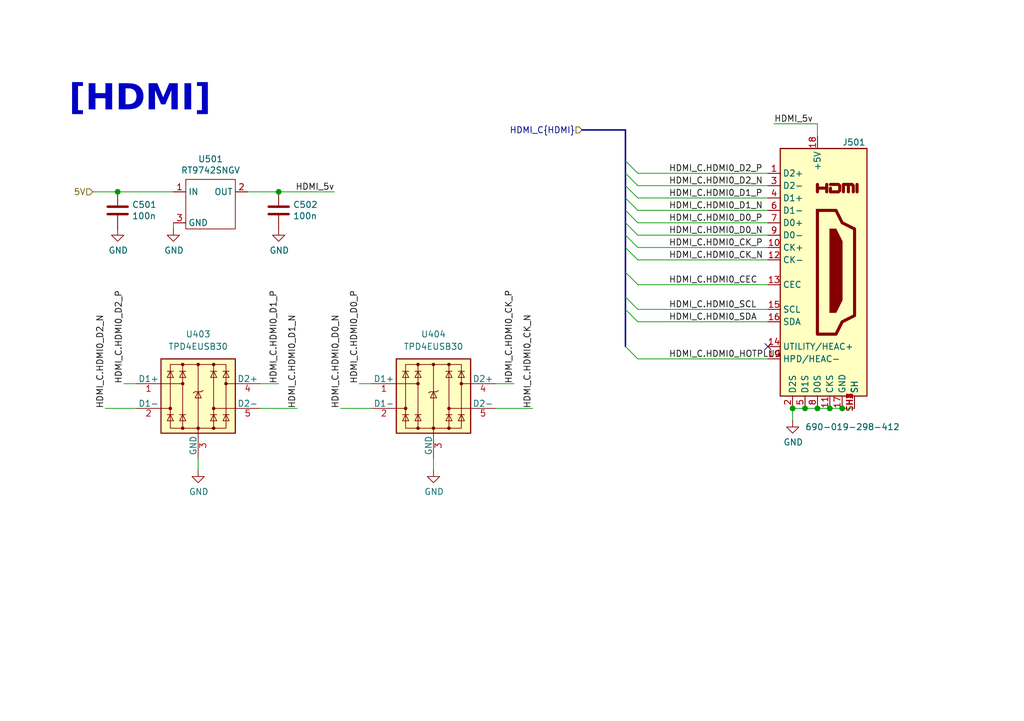
<source format=kicad_sch>
(kicad_sch (version 20231120) (generator "eeschema") (generator_version "8.0")
  (paper "A5")
  (title_block (title "CM5 MINIMA") (date "2024-12-17") (rev "1") (company "Pierluigi Colangeli"))
  (lib_symbols
    (symbol "CM4IO:TPD4EUSB30" (pin_names (offset 0))
      (property "Reference" "U" (at -0.635 8.89 0))
      (property "Value" "TPD4EUSB30" (at 8.89 -10.16 0))
      (symbol "TPD4EUSB30_0_0"
        (rectangle (start -5.715 6.477) (end 5.715 -6.604))
        (polyline (pts (xy -3.175 -6.604) (xy -3.175 6.477)))
        (polyline (pts (xy 0 6.477) (xy 0 -6.604)))
        (polyline (pts (xy 3.175 6.477) (xy 3.175 -6.604)))
      )
      (symbol "TPD4EUSB30_0_1"
        (rectangle (start -7.62 7.62) (end 7.62 -7.62) (stroke (width 0.254)) (fill (type background)))
        (circle (center -5.715 -2.54) (radius 0.2794) (fill (type outline)))
        (circle (center -3.175 -6.604) (radius 0.2794) (fill (type outline)))
        (circle (center -3.175 2.54) (radius 0.2794) (fill (type outline)))
        (circle (center -3.175 6.477) (radius 0.2794) (fill (type outline)))
        (circle (center 0 -6.604) (radius 0.2794) (fill (type outline)))
        (polyline (pts (xy -7.747 2.54) (xy -3.175 2.54)))
        (polyline (pts (xy -7.62 -2.54) (xy -5.715 -2.54)))
        (polyline (pts (xy -5.08 -3.81) (xy -6.35 -3.81)))
        (polyline (pts (xy -5.08 5.08) (xy -6.35 5.08)))
        (polyline (pts (xy -2.54 -3.81) (xy -3.81 -3.81)))
        (polyline (pts (xy -2.54 5.08) (xy -3.81 5.08)))
        (polyline (pts (xy -0.635 0.889) (xy -1.016 0.635)))
        (polyline (pts (xy 0 -6.604) (xy 0 -7.62)))
        (polyline (pts (xy 0.635 0.889) (xy -0.635 0.889)))
        (polyline (pts (xy 0.635 0.889) (xy 1.016 1.143)))
        (polyline (pts (xy 3.81 -3.81) (xy 2.54 -3.81)))
        (polyline (pts (xy 3.81 5.08) (xy 2.54 5.08)))
        (polyline (pts (xy 6.35 -3.81) (xy 5.08 -3.81)))
        (polyline (pts (xy 6.35 5.08) (xy 5.08 5.08)))
        (polyline (pts (xy 7.62 -2.54) (xy 3.175 -2.54)))
        (polyline (pts (xy 7.62 2.54) (xy 5.715 2.54)))
        (polyline (pts (xy -5.08 -5.08) (xy -6.35 -5.08) (xy -5.715 -3.81) (xy -5.08 -5.08)))
        (polyline (pts (xy -5.08 3.81) (xy -6.35 3.81) (xy -5.715 5.08) (xy -5.08 3.81)))
        (polyline (pts (xy -2.54 -5.08) (xy -3.81 -5.08) (xy -3.175 -3.81) (xy -2.54 -5.08)))
        (polyline (pts (xy -2.54 3.81) (xy -3.81 3.81) (xy -3.175 5.08) (xy -2.54 3.81)))
        (polyline (pts (xy 0.635 -0.381) (xy -0.635 -0.381) (xy 0 0.889) (xy 0.635 -0.381)))
        (polyline (pts (xy 3.81 -5.08) (xy 2.54 -5.08) (xy 3.175 -3.81) (xy 3.81 -5.08)))
        (polyline (pts (xy 3.81 3.81) (xy 2.54 3.81) (xy 3.175 5.08) (xy 3.81 3.81)))
        (polyline (pts (xy 6.35 -5.08) (xy 5.08 -5.08) (xy 5.715 -3.81) (xy 6.35 -5.08)))
        (polyline (pts (xy 6.35 3.81) (xy 5.08 3.81) (xy 5.715 5.08) (xy 6.35 3.81)))
        (circle (center 0 6.477) (radius 0.2794) (fill (type outline)))
        (circle (center 3.175 -6.604) (radius 0.2794) (fill (type outline)))
        (circle (center 3.175 -2.54) (radius 0.2794) (fill (type outline)))
        (circle (center 3.175 6.477) (radius 0.2794) (fill (type outline)))
        (circle (center 5.715 2.54) (radius 0.2794) (fill (type outline)))
      )
      (symbol "TPD4EUSB30_1_1"
        (pin passive line (at -12.7 2.54 0) (length 5.08) (name "D1+") (number "1"))
        (pin passive line (at -12.7 2.54 0) (length 5.08) hide (name "~") (number "10"))
        (pin passive line (at -12.7 -2.54 0) (length 5.08) (name "D1-") (number "2"))
        (pin power_in line (at 0 -12.7 90) (length 5.08) (name "GND") (number "3"))
        (pin passive line (at 12.7 2.54 180) (length 5.08) (name "D2+") (number "4"))
        (pin passive line (at 12.7 -2.54 180) (length 5.08) (name "D2-") (number "5"))
        (pin passive line (at 12.7 -2.54 180) (length 5.08) hide (name "~") (number "6"))
        (pin passive line (at 12.7 2.54 180) (length 5.08) hide (name "~") (number "7"))
        (pin passive line (at 0 -12.7 90) (length 5.08) hide (name "GND") (number "8"))
        (pin passive line (at -12.7 -2.54 0) (length 5.08) hide (name "~") (number "9"))
      )
    )
    (symbol "CM5IO:HDMI_A_1.4"
      (property "Reference" "J" (at -6.35 26.67 0))
      (property "Value" "HDMI_A_1.4" (at 10.16 26.67 0))
      (symbol "HDMI_A_1.4_0_0"
        (polyline (pts (xy 8.128 16.51) (xy 8.128 18.034)) (stroke (width 0.635)))
        (polyline (pts (xy 0 16.51) (xy 0 18.034) (xy 0 17.272) (xy 1.905 17.272) (xy 1.905 18.034) (xy 1.905 16.51)) (stroke (width 0.635)))
        (polyline (pts (xy 2.667 18.034) (xy 4.318 18.034) (xy 4.572 17.78) (xy 4.572 16.764) (xy 4.318 16.51) (xy 2.667 16.51) (xy 2.667 17.272)) (stroke (width 0.635)))
        (pin passive line (at 7.62 -27.94 90) (length 2.54) (name "SH") (number "SH2"))
        (pin passive line (at 7.62 -27.94 90) (length 2.54) (name "SH") (number "SH3"))
        (pin passive line (at 7.62 -27.94 90) (length 2.54) (name "SH") (number "SH4"))
      )
      (symbol "HDMI_A_1.4_0_1"
        (rectangle (start -7.62 25.4) (end 10.16 -25.4) (stroke (width 0.254)) (fill (type background)))
        (polyline (pts (xy 2.54 8.89) (xy 3.81 8.89) (xy 5.08 6.35) (xy 5.08 -5.715) (xy 3.81 -8.255) (xy 2.54 -8.255) (xy 2.54 8.89)) (fill (type outline)))
        (polyline (pts (xy 5.334 16.51) (xy 5.334 18.034) (xy 6.35 18.034) (xy 6.35 16.51) (xy 6.35 18.034) (xy 7.112 18.034) (xy 7.366 17.78) (xy 7.366 16.51)) (stroke (width 0.635)))
        (polyline (pts (xy 0 12.7) (xy 0 -12.7) (xy 3.81 -12.7) (xy 5.08 -10.16) (xy 7.62 -8.89) (xy 7.62 8.89) (xy 5.08 10.16) (xy 3.81 12.7) (xy 0 12.7)) (stroke (width 0.635)))
      )
      (symbol "HDMI_A_1.4_1_1"
        (pin passive line (at -10.16 20.32 0) (length 2.54) (name "D2+") (number "1"))
        (pin passive line (at -10.16 5.08 0) (length 2.54) (name "CK+") (number "10"))
        (pin power_in line (at 2.54 -27.94 90) (length 2.54) (name "CKS") (number "11"))
        (pin passive line (at -10.16 2.54 0) (length 2.54) (name "CK-") (number "12"))
        (pin bidirectional line (at -10.16 -2.54 0) (length 2.54) (name "CEC") (number "13"))
        (pin passive line (at -10.16 -15.24 0) (length 2.54) (name "UTILITY/HEAC+") (number "14"))
        (pin passive line (at -10.16 -7.62 0) (length 2.54) (name "SCL") (number "15"))
        (pin bidirectional line (at -10.16 -10.16 0) (length 2.54) (name "SDA") (number "16"))
        (pin power_in line (at 5.08 -27.94 90) (length 2.54) (name "GND") (number "17"))
        (pin power_in line (at 0 27.94 270) (length 2.54) (name "+5V") (number "18"))
        (pin passive line (at -10.16 -17.78 0) (length 2.54) (name "HPD/HEAC-") (number "19"))
        (pin power_in line (at -5.08 -27.94 90) (length 2.54) (name "D2S") (number "2"))
        (pin passive line (at -10.16 17.78 0) (length 2.54) (name "D2-") (number "3"))
        (pin passive line (at -10.16 15.24 0) (length 2.54) (name "D1+") (number "4"))
        (pin power_in line (at -2.54 -27.94 90) (length 2.54) (name "D1S") (number "5"))
        (pin passive line (at -10.16 12.7 0) (length 2.54) (name "D1-") (number "6"))
        (pin passive line (at -10.16 10.16 0) (length 2.54) (name "D0+") (number "7"))
        (pin power_in line (at 0 -27.94 90) (length 2.54) (name "D0S") (number "8"))
        (pin passive line (at -10.16 7.62 0) (length 2.54) (name "D0-") (number "9"))
        (pin passive line (at 7.62 -27.94 90) (length 2.54) (name "SH") (number "SH1"))
      )
    )
    (symbol "CM5IO:RT9742SNGV"
      (property "Reference" "U" (at -2.54 7.62 0))
      (property "Value" "RT9742SNGV" (at 3.81 -5.08 0))
      (symbol "RT9742SNGV_0_1"
        (rectangle (start -2.54 6.35) (end 7.62 -3.81))
      )
      (symbol "RT9742SNGV_1_1"
        (pin power_in line (at -5.08 3.81 0) (length 2.54) (name "IN") (number "1"))
        (pin power_out line (at 10.16 3.81 180) (length 2.54) (name "OUT") (number "2"))
        (pin power_in line (at -5.08 -2.54 0) (length 2.54) (name "GND") (number "3"))
      )
    )
    (symbol "Device:C" (pin_numbers hide) (pin_names (offset 0.254))
      (property "Reference" "C" (at 0.635 2.54 0))
      (property "Value" "C" (at 0.635 -2.54 0))
      (symbol "C_0_1"
        (polyline (pts (xy -2.032 -0.762) (xy 2.032 -0.762)) (stroke (width 0.508)))
        (polyline (pts (xy -2.032 0.762) (xy 2.032 0.762)) (stroke (width 0.508)))
      )
      (symbol "C_1_1"
        (pin passive line (at 0 3.81 270) (length 2.794) (name "~") (number "1"))
        (pin passive line (at 0 -3.81 90) (length 2.794) (name "~") (number "2"))
      )
    )
    (symbol "power:GND" (power) (pin_numbers hide) (pin_names (offset 0) hide)
      (property "Value" "GND" (at 0 -3.81 0))
      (symbol "GND_0_1"
        (polyline (pts (xy 0 0) (xy 0 -1.27) (xy 1.27 -1.27) (xy 0 -2.54) (xy -1.27 -1.27) (xy 0 -1.27)))
      )
      (symbol "GND_1_1"
        (pin power_in line (at 0 0 270) (length 0) (name "~") (number "1"))
      )
    )
  )
  (bus_alias "HDMI" (members "HDMI0_D0_P" "HDMI0_D0_N" "HDMI0_D1_P" "HDMI0_D1_N" "HDMI0_D2_P" "HDMI0_D2_N" "HDMI0_CK_P" "HDMI0_CK_N" "HDMI0_CEC" "HDMI0_SCL" "HDMI0_SDA" "HDMI0_HOTPLUG"))
  (junction (at 57.15 39.37) (diameter 1.016))
  (junction (at 162.56 83.82) (diameter 1.016))
  (junction (at 24.13 39.37) (diameter 1.016))
  (junction (at 167.64 83.82) (diameter 1.016))
  (junction (at 170.18 83.82) (diameter 1.016))
  (junction (at 172.72 83.82) (diameter 1.016))
  (junction (at 165.1 83.82) (diameter 1.016))
  (no_connect (at 157.48 71.12))
  (bus_entry (at 130.81 45.72) (size -2.54 -2.54))
  (bus_entry (at 130.81 66.04) (size -2.54 -2.54))
  (bus_entry (at 130.81 53.34) (size -2.54 -2.54))
  (bus_entry (at 130.81 58.42) (size -2.54 -2.54))
  (bus_entry (at 130.81 35.56) (size -2.54 -2.54))
  (bus_entry (at 130.81 43.18) (size -2.54 -2.54))
  (bus_entry (at 130.81 73.66) (size -2.54 -2.54))
  (bus_entry (at 130.81 50.8) (size -2.54 -2.54))
  (bus_entry (at 130.81 63.5) (size -2.54 -2.54))
  (bus_entry (at 130.81 40.64) (size -2.54 -2.54))
  (bus_entry (at 130.81 48.26) (size -2.54 -2.54))
  (bus_entry (at 130.81 38.1) (size -2.54 -2.54))
  (bus (pts (xy 119.38 26.67) (xy 128.27 26.67)))
  (wire (pts (xy 53.34 83.82) (xy 60.96 83.82)))
  (wire (pts (xy 130.81 45.72) (xy 157.48 45.72)))
  (wire (pts (xy 130.81 66.04) (xy 157.48 66.04)))
  (wire (pts (xy 40.64 93.98) (xy 40.64 96.52)))
  (wire (pts (xy 24.13 39.37) (xy 35.56 39.37)))
  (wire (pts (xy 167.64 83.82) (xy 170.18 83.82)))
  (wire (pts (xy 165.1 83.82) (xy 167.64 83.82)))
  (wire (pts (xy 130.81 40.64) (xy 157.48 40.64)))
  (wire (pts (xy 130.81 48.26) (xy 157.48 48.26)))
  (bus (pts (xy 128.27 43.18) (xy 128.27 40.64)))
  (bus (pts (xy 128.27 40.64) (xy 128.27 38.1)))
  (wire (pts (xy 172.72 83.82) (xy 175.26 83.82)))
  (bus (pts (xy 128.27 55.88) (xy 128.27 50.8)))
  (bus (pts (xy 128.27 63.5) (xy 128.27 60.96)))
  (wire (pts (xy 19.05 39.37) (xy 24.13 39.37)))
  (wire (pts (xy 50.8 39.37) (xy 57.15 39.37)))
  (wire (pts (xy 170.18 83.82) (xy 172.72 83.82)))
  (wire (pts (xy 57.15 39.37) (xy 68.58 39.37)))
  (wire (pts (xy 21.59 83.82) (xy 27.94 83.82)))
  (bus (pts (xy 128.27 60.96) (xy 128.27 55.88)))
  (wire (pts (xy 162.56 83.82) (xy 162.56 86.36)))
  (bus (pts (xy 128.27 38.1) (xy 128.27 35.56)))
  (wire (pts (xy 69.85 83.82) (xy 76.2 83.82)))
  (wire (pts (xy 158.75 25.4) (xy 167.64 25.4)))
  (wire (pts (xy 130.81 35.56) (xy 157.48 35.56)))
  (wire (pts (xy 130.81 53.34) (xy 157.48 53.34)))
  (wire (pts (xy 101.6 83.82) (xy 109.22 83.82)))
  (wire (pts (xy 35.56 45.72) (xy 35.56 46.99)))
  (bus (pts (xy 128.27 33.02) (xy 128.27 26.67)))
  (wire (pts (xy 53.34 78.74) (xy 57.15 78.74)))
  (wire (pts (xy 130.81 63.5) (xy 157.48 63.5)))
  (wire (pts (xy 130.81 50.8) (xy 157.48 50.8)))
  (bus (pts (xy 128.27 50.8) (xy 128.27 48.26)))
  (wire (pts (xy 101.6 78.74) (xy 105.41 78.74)))
  (bus (pts (xy 128.27 35.56) (xy 128.27 33.02)))
  (wire (pts (xy 88.9 93.98) (xy 88.9 96.52)))
  (wire (pts (xy 130.81 58.42) (xy 157.48 58.42)))
  (wire (pts (xy 162.56 83.82) (xy 165.1 83.82)))
  (wire (pts (xy 167.64 25.4) (xy 167.64 27.94)))
  (bus (pts (xy 128.27 45.72) (xy 128.27 43.18)))
  (wire (pts (xy 130.81 73.66) (xy 157.48 73.66)))
  (wire (pts (xy 25.4 78.74) (xy 27.94 78.74)))
  (wire (pts (xy 73.66 78.74) (xy 76.2 78.74)))
  (wire (pts (xy 130.81 38.1) (xy 157.48 38.1)))
  (wire (pts (xy 130.81 43.18) (xy 157.48 43.18)))
  (bus (pts (xy 128.27 71.12) (xy 128.27 63.5)))
  (bus (pts (xy 128.27 48.26) (xy 128.27 45.72)))
  (text "[HDMI]" (at 28.702 21.844 0) (effects (font (size 5.27 5.27) (bold yes))))
  (label "HDMI_C.HDMI0_D1_P" (at 57.15 78.74 90))
  (label "HDMI_C.HDMI0_D0_N" (at 137.16 48.26 0))
  (label "HDMI_C.HDMI0_CEC" (at 137.16 58.42 0))
  (label "HDMI_C.HDMI0_CK_P" (at 105.41 78.74 90))
  (label "HDMI_C.HDMI0_D1_N" (at 137.16 43.18 0))
  (label "HDMI_C.HDMI0_D2_P" (at 137.16 35.56 0))
  (label "HDMI_C.HDMI0_D0_N" (at 69.85 83.82 90))
  (label "HDMI_C.HDMI0_D1_N" (at 60.96 83.82 90))
  (label "HDMI_C.HDMI0_CK_N" (at 109.22 83.82 90))
  (label "HDMI_C.HDMI0_CK_N" (at 137.16 53.34 0))
  (label "HDMI_C.HDMI0_D1_P" (at 137.16 40.64 0))
  (label "HDMI_5v" (at 68.58 39.37 180))
  (label "HDMI_C.HDMI0_D2_N" (at 137.16 38.1 0))
  (label "HDMI_C.HDMI0_D0_P" (at 137.16 45.72 0))
  (label "HDMI_C.HDMI0_D0_P" (at 73.66 78.74 90))
  (label "HDMI_C.HDMI0_SDA" (at 137.16 66.04 0))
  (label "HDMI_C.HDMI0_SCL" (at 137.16 63.5 0))
  (label "HDMI_C.HDMI0_CK_P" (at 137.16 50.8 0))
  (label "HDMI_5v" (at 158.75 25.4 0))
  (label "HDMI_C.HDMI0_D2_N" (at 21.59 83.82 90))
  (label "HDMI_C.HDMI0_D2_P" (at 25.4 78.74 90))
  (label "HDMI_C.HDMI0_HOTPLUG" (at 137.16 73.66 0))
  (hierarchical_label "HDMI_C{HDMI}" (shape input) (at 119.38 26.67 180))
  (hierarchical_label "5V" (shape input) (at 19.05 39.37 180))
  (symbol (lib_id "power:GND") (at 162.56 86.36 0) (unit 1)
    (property "Reference" "#PWR0501" (effects (hide yes)))
    (property "Value" "GND" (at 162.687 90.7542 0))
    (property "Description" "Power symbol creates a global label with name \"GND\" , ground" (effects (hide yes)))
  )
  (symbol (lib_id "CM5IO:RT9742SNGV") (at 40.64 43.18 0) (unit 1)
    (property "Reference" "U501" (at 43.18 32.639 0))
    (property "Value" "RT9742SNGV" (at 43.18 34.9504 0))
    (property "Footprint" "Package_TO_SOT_SMD:TSOT-23" (effects (hide yes)))
    (property "Datasheet" "https://www.richtek.com/assets/product_file/RT9742/DS9742-10.pdf" (effects (hide yes)))
    (property "Field4" "Farnell" (effects (hide yes)))
    (property "Field5" "2575555" (effects (hide yes)))
    (property "Field6" "RT9742SNGV" (effects (hide yes)))
    (property "Field7" "RichTek" (effects (hide yes)))
    (property "Part Description" "Power Switch/Driver 1:1 N-Channel 500mA SOT-23-3" (effects (hide yes)))
    (property "Field8" "USWI00155" (effects (hide yes)))
  )
  (symbol (lib_id "power:GND") (at 57.15 46.99 0) (unit 1)
    (property "Reference" "#PWR0504" (effects (hide yes)))
    (property "Value" "GND" (at 57.277 51.3842 0))
    (property "Description" "Power symbol creates a global label with name \"GND\" , ground" (effects (hide yes)))
  )
  (symbol (lib_id "power:GND") (at 40.64 96.52 0) (unit 1)
    (property "Reference" "#PWR0406" (effects (hide yes)))
    (property "Value" "GND" (at 40.767 100.9142 0))
  )
  (symbol (lib_id "CM4IO:TPD4EUSB30") (at 40.64 81.28 0) (unit 1)
    (property "Reference" "U403" (at 40.64 68.58 0))
    (property "Value" "TPD4EUSB30" (at 40.64 71.12 0))
    (property "Footprint" "Package_SON:USON-10_2.5x1.0mm_P0.5mm" (effects (hide yes)))
    (property "Part Description" "Quad TVS diode for high speed signals (USB3, GigE etc.)" (effects (hide yes)))
    (property "P/N" "TPD4EUSB30" (effects (hide yes)))
  )
  (symbol (lib_id "Device:C") (at 24.13 43.18 0) (unit 1)
    (property "Reference" "C501" (at 27.051 42.0116 0) (effects (justify left)))
    (property "Value" "100n" (at 27.051 44.323 0) (effects (justify left)))
    (property "Footprint" "Capacitor_SMD:C_0402_1005Metric" (effects (hide yes)))
    (property "Datasheet" "https://search.murata.co.jp/Ceramy/image/img/A01X/G101/ENG/GRM155R71C104KA88-01.pdf" (effects (hide yes)))
    (property "Field4" "Farnell" (effects (hide yes)))
    (property "Field5" "2611911" (effects (hide yes)))
    (property "Field6" "RM EMK105 B7104KV-F" (effects (hide yes)))
    (property "Field7" "TAIYO YUDEN EUROPE GMBH" (effects (hide yes)))
    (property "Part Description" "	0.1uF 10% 16V Ceramic Capacitor X7R 0402 (1005 Metric)" (effects (hide yes)))
    (property "Field8" "110091611" (effects (hide yes)))
  )
  (symbol (lib_id "power:GND") (at 88.9 96.52 0) (unit 1)
    (property "Reference" "#PWR0407" (effects (hide yes)))
    (property "Value" "GND" (at 89.027 100.9142 0))
  )
  (symbol (lib_id "power:GND") (at 24.13 46.99 0) (unit 1)
    (property "Reference" "#PWR0502" (effects (hide yes)))
    (property "Value" "GND" (at 24.257 51.3842 0))
    (property "Description" "Power symbol creates a global label with name \"GND\" , ground" (effects (hide yes)))
  )
  (symbol (lib_id "CM5IO:HDMI_A_1.4") (at 167.64 55.88 0) (unit 1)
    (property "Reference" "J501" (at 172.72 29.21 0) (effects (justify left)))
    (property "Value" "690-019-298-412" (at 165.1 87.63 0) (effects (justify left)))
    (property "Footprint" "CM5IO:EDAC 690-019-298-412" (effects (hide yes)))
    (property "Datasheet" "https://www.tme.eu/Document/f15dffbcfad8545e17826f72d36911c8/206A-SEAN-R03.pdf" (effects (hide yes)))
    (property "Field4" "Farnell" (effects (hide yes)))
    (property "Field5" "2614936" (effects (hide yes)))
    (property "Field6" "690-019-298-412" (effects (hide yes)))
    (property "Field7" "EDAC" (effects (hide yes)))
    (property "Part Description" "HDMI Connector, Right Angle, 19 Contacts, Receptacle, Surface Mount, Surface Mount Right Angle" (effects (hide yes)))
    (property "Field8" "UCON00802" (effects (hide yes)))
  )
  (symbol (lib_id "power:GND") (at 35.56 46.99 0) (unit 1)
    (property "Reference" "#PWR0503" (effects (hide yes)))
    (property "Value" "GND" (at 35.687 51.3842 0))
    (property "Description" "Power symbol creates a global label with name \"GND\" , ground" (effects (hide yes)))
  )
  (symbol (lib_id "Device:C") (at 57.15 43.18 0) (unit 1)
    (property "Reference" "C502" (at 60.071 42.0116 0) (effects (justify left)))
    (property "Value" "100n" (at 60.071 44.323 0) (effects (justify left)))
    (property "Footprint" "Capacitor_SMD:C_0402_1005Metric" (effects (hide yes)))
    (property "Datasheet" "https://search.murata.co.jp/Ceramy/image/img/A01X/G101/ENG/GRM155R71C104KA88-01.pdf" (effects (hide yes)))
    (property "Field4" "Farnell" (effects (hide yes)))
    (property "Field5" "2611911" (effects (hide yes)))
    (property "Field6" "RM EMK105 B7104KV-F" (effects (hide yes)))
    (property "Field7" "TAIYO YUDEN EUROPE GMBH" (effects (hide yes)))
    (property "Part Description" "	0.1uF 10% 16V Ceramic Capacitor X7R 0402 (1005 Metric)" (effects (hide yes)))
    (property "Field8" "110091611" (effects (hide yes)))
  )
  (symbol (lib_id "CM4IO:TPD4EUSB30") (at 88.9 81.28 0) (unit 1)
    (property "Reference" "U404" (at 88.9 68.58 0))
    (property "Value" "TPD4EUSB30" (at 88.9 71.12 0))
    (property "Footprint" "Package_SON:USON-10_2.5x1.0mm_P0.5mm" (effects (hide yes)))
    (property "Part Description" "Quad TVS diode for high speed signals (USB3, GigE etc.)" (effects (hide yes)))
    (property "P/N" "TPD4EUSB30" (effects (hide yes)))
  )
)
</source>
